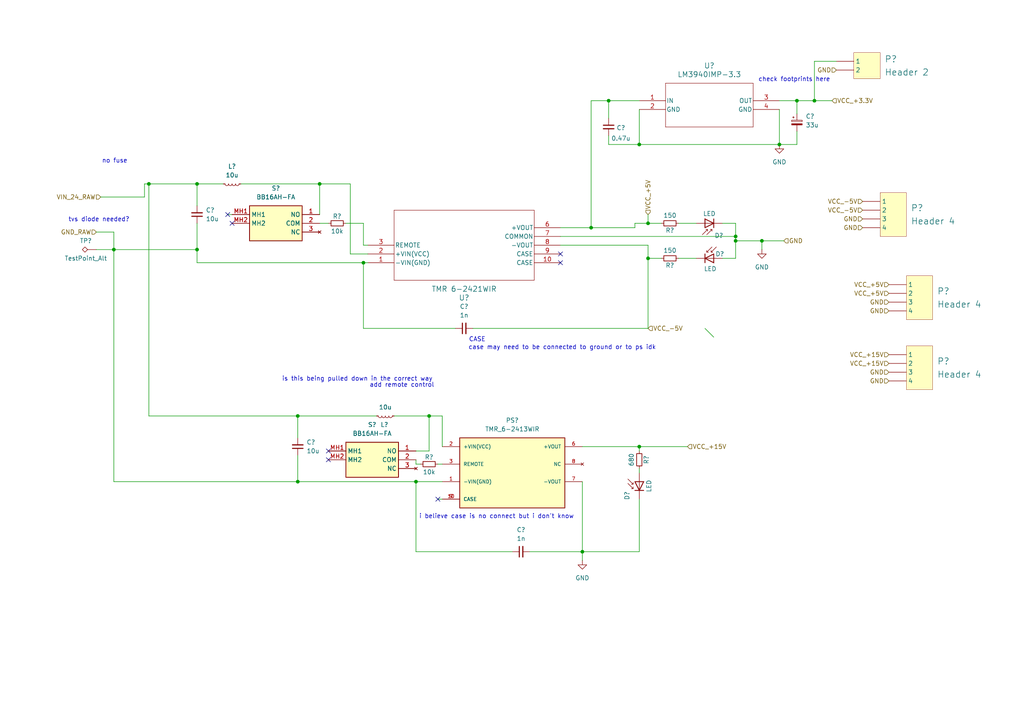
<source format=kicad_sch>
(kicad_sch (version 20250114) (generator "eeschema") (generator_version "9.0")
  (paper "A4")
  (lib_symbols
    (symbol "2025-07-16_21-58-08:TMR_6-2421WIR" (pin_names (offset 0.254))
      (property "Reference" "U" (at 27.94 10.16 0))
      (property "Value" "TMR 6-2421WIR" (at 27.94 7.62 0))
      (symbol "TMR_6-2421WIR_0_1"
        (polyline (pts (xy 7.62 5.08) (xy 7.62 -15.24)) (stroke (width 0.127)))
        (polyline (pts (xy 7.62 -15.24) (xy 48.26 -15.24)) (stroke (width 0.127)))
        (polyline (pts (xy 48.26 5.08) (xy 7.62 5.08)) (stroke (width 0.127)))
        (polyline (pts (xy 48.26 -15.24) (xy 48.26 5.08)) (stroke (width 0.127)))
        (pin power_out line (at 0 0 0) (length 7.62) (name "-VIN(GND)") (number "1"))
        (pin power_in line (at 0 -2.54 0) (length 7.62) (name "+VIN(VCC)") (number "2"))
        (pin bidirectional line (at 0 -5.08 0) (length 7.62) (name "REMOTE") (number "3"))
        (pin unspecified line (at 55.88 0 180) (length 7.62) (name "CASE") (number "10"))
        (pin unspecified line (at 55.88 -2.54 180) (length 7.62) (name "CASE") (number "9"))
        (pin power_in line (at 55.88 -5.08 180) (length 7.62) (name "-VOUT") (number "8"))
        (pin unspecified line (at 55.88 -7.62 180) (length 7.62) (name "COMMON") (number "7"))
        (pin power_in line (at 55.88 -10.16 180) (length 7.62) (name "+VOUT") (number "6"))
      )
    )
    (symbol "BB16AH-FA:BB16AH-FA"
      (property "Reference" "S" (at 21.59 7.62 0))
      (property "Value" "BB16AH-FA" (at 21.59 5.08 0))
      (symbol "BB16AH-FA_1_1"
        (rectangle (start 5.08 2.54) (end 20.32 -7.62) (stroke (width 0.254)) (fill (type background)))
        (pin passive line (at 0 0 0) (length 5.08) (name "MH1") (number "MH1"))
        (pin passive line (at 0 -2.54 0) (length 5.08) (name "MH2") (number "MH2"))
        (pin passive line (at 25.4 0 180) (length 5.08) (name "NO") (number "1"))
        (pin passive line (at 25.4 -2.54 180) (length 5.08) (name "COM") (number "2"))
        (pin no_connect line (at 25.4 -5.08 180) (length 5.08) (name "NC") (number "3"))
      )
    )
    (symbol "Connector:TestPoint_Alt" (pin_numbers (hide yes)) (pin_names (offset 0.762) (hide yes))
      (property "Reference" "TP" (at 0 6.858 0))
      (property "Value" "TestPoint_Alt" (at 0 5.08 0))
      (symbol "TestPoint_Alt_0_1"
        (polyline (pts (xy 0 2.54) (xy -0.762 3.302) (xy 0 4.064) (xy 0.762 3.302) (xy 0 2.54)))
      )
      (symbol "TestPoint_Alt_1_1"
        (pin passive line (at 0 0 90) (length 2.54) (name "1") (number "1"))
      )
    )
    (symbol "Device:C_Polarized_Small" (pin_numbers (hide yes)) (pin_names (offset 0.254) (hide yes))
      (property "Reference" "C" (at 0.254 1.778 0))
      (property "Value" "C_Polarized_Small" (at 0.254 -2.032 0))
      (symbol "C_Polarized_Small_0_1"
        (rectangle (start -1.524 0.6858) (end 1.524 0.3048))
        (rectangle (start -1.524 -0.3048) (end 1.524 -0.6858) (fill (type outline)))
        (polyline (pts (xy -1.27 1.524) (xy -0.762 1.524)))
        (polyline (pts (xy -1.016 1.27) (xy -1.016 1.778)))
      )
      (symbol "C_Polarized_Small_1_1"
        (pin passive line (at 0 2.54 270) (length 1.8542) (name "~") (number "1"))
        (pin passive line (at 0 -2.54 90) (length 1.8542) (name "~") (number "2"))
      )
    )
    (symbol "Device:C_Small" (pin_numbers (hide yes)) (pin_names (offset 0.254) (hide yes))
      (property "Reference" "C" (at 0.254 1.778 0))
      (property "Value" "C_Small" (at 0.254 -2.032 0))
      (symbol "C_Small_0_1"
        (polyline (pts (xy -1.524 0.508) (xy 1.524 0.508)) (stroke (width 0.3048)))
        (polyline (pts (xy -1.524 -0.508) (xy 1.524 -0.508)) (stroke (width 0.3302)))
      )
      (symbol "C_Small_1_1"
        (pin passive line (at 0 2.54 270) (length 2.032) (name "~") (number "1"))
        (pin passive line (at 0 -2.54 90) (length 2.032) (name "~") (number "2"))
      )
    )
    (symbol "Device:D_Photo" (pin_numbers (hide yes)) (pin_names (hide yes))
      (property "Reference" "D" (at 0.508 1.778 0))
      (property "Value" "D_Photo" (at -1.016 -2.794 0))
      (symbol "D_Photo_0_1"
        (polyline (pts (xy -2.54 1.27) (xy -2.54 -1.27)) (stroke (width 0.254)))
        (polyline (pts (xy -2.032 1.778) (xy -1.524 1.778)))
        (polyline (pts (xy -0.508 3.302) (xy -2.032 1.778) (xy -2.032 2.286)))
        (polyline (pts (xy 0 0) (xy -2.54 0)))
        (polyline (pts (xy 0 -1.27) (xy 0 1.27) (xy -2.54 0) (xy 0 -1.27)) (stroke (width 0.254)))
        (polyline (pts (xy 0.762 3.302) (xy -0.762 1.778) (xy -0.762 2.286) (xy -0.762 1.778) (xy -0.254 1.778)))
      )
      (symbol "D_Photo_1_1"
        (pin passive line (at -5.08 0 0) (length 2.54) (name "K") (number "1"))
        (pin passive line (at 2.54 0 180) (length 2.54) (name "A") (number "2"))
      )
    )
    (symbol "Device:L_Small" (pin_numbers (hide yes)) (pin_names (offset 0.254) (hide yes))
      (property "Reference" "L" (at 0.762 1.016 0))
      (property "Value" "L_Small" (at 0.762 -1.016 0))
      (symbol "L_Small_0_1"
        (arc (start 0 2.032) (mid 0.5058 1.524) (end 0 1.016))
        (arc (start 0 1.016) (mid 0.5058 0.508) (end 0 0))
        (arc (start 0 0) (mid 0.5058 -0.508) (end 0 -1.016))
        (arc (start 0 -1.016) (mid 0.5058 -1.524) (end 0 -2.032))
      )
      (symbol "L_Small_1_1"
        (pin passive line (at 0 2.54 270) (length 0.508) (name "~") (number "1"))
        (pin passive line (at 0 -2.54 90) (length 0.508) (name "~") (number "2"))
      )
    )
    (symbol "Device:R_Small" (pin_numbers (hide yes)) (pin_names (offset 0.254) (hide yes))
      (property "Reference" "R" (at 0.762 0.508 0))
      (property "Value" "R_Small" (at 0.762 -1.016 0))
      (symbol "R_Small_0_1"
        (rectangle (start -0.762 1.778) (end 0.762 -1.778) (stroke (width 0.2032)))
      )
      (symbol "R_Small_1_1"
        (pin passive line (at 0 2.54 270) (length 0.762) (name "~") (number "1"))
        (pin passive line (at 0 -2.54 90) (length 0.762) (name "~") (number "2"))
      )
    )
    (symbol "Miscellaneous Connectors:Header 2"
      (property "Reference" "P" (at 0 -7.62 0))
      (property "Value" "Header 2" (at -1.27 -3.81 0))
      (symbol "Header 2_1_0"
        (rectangle (start 7.62 0) (end 0 -7.62) (stroke (width 0.0254) (color 128 0 0 1)) (fill (type background)))
        (pin passive line (at -5.08 -2.54 0) (length 5.08) (name "1") (number "1"))
        (pin passive line (at -5.08 -5.08 0) (length 5.08) (name "2") (number "2"))
      )
    )
    (symbol "Miscellaneous Connectors:Header 4"
      (property "Reference" "P" (at 0 -12.7 0))
      (property "Value" "Header 4" (at -1.27 -3.81 0))
      (symbol "Header 4_1_0"
        (rectangle (start 7.62 0) (end 0 -12.7) (stroke (width 0.0254) (color 128 0 0 1)) (fill (type background)))
        (pin passive line (at -5.08 -2.54 0) (length 5.08) (name "1") (number "1"))
        (pin passive line (at -5.08 -5.08 0) (length 5.08) (name "2") (number "2"))
        (pin passive line (at -5.08 -7.62 0) (length 5.08) (name "3") (number "3"))
        (pin passive line (at -5.08 -10.16 0) (length 5.08) (name "4") (number "4"))
      )
    )
    (symbol "TMR_6-2413WIR:TMR_6-2413WIR" (pin_names (offset 1.016))
      (property "Reference" "PS" (at -15.24 10.922 0))
      (property "Value" "TMR_6-2413WIR" (at -15.24 -12.7 0))
      (symbol "TMR_6-2413WIR_0_0"
        (rectangle (start -15.24 -10.16) (end 15.24 10.16) (stroke (width 0.254)) (fill (type background)))
        (pin input line (at -20.32 7.62 0) (length 5.08) (name "+VIN(VCC)") (number "2"))
        (pin input line (at -20.32 2.54 0) (length 5.08) (name "REMOTE") (number "3"))
        (pin input line (at -20.32 -2.54 0) (length 5.08) (name "-VIN(GND)") (number "1"))
        (pin passive line (at -20.32 -7.62 0) (length 5.08) (name "CASE") (number "10"))
        (pin passive line (at -20.32 -7.62 0) (length 5.08) (name "CASE") (number "9"))
        (pin output line (at 20.32 7.62 180) (length 5.08) (name "+VOUT") (number "6"))
        (pin no_connect line (at 20.32 2.54 180) (length 5.08) (name "NC") (number "8"))
        (pin output line (at 20.32 -2.54 180) (length 5.08) (name "-VOUT") (number "7"))
      )
    )
    (symbol "ldo:LM3940IMP-3.3" (pin_names (offset 0.254))
      (property "Reference" "U" (at 20.32 10.16 0))
      (property "Value" "LM3940IMP-3.3" (at 20.32 7.62 0))
      (symbol "LM3940IMP-3.3_0_1"
        (polyline (pts (xy 7.62 5.08) (xy 7.62 -7.62)) (stroke (width 0.127)))
        (polyline (pts (xy 7.62 -7.62) (xy 33.02 -7.62)) (stroke (width 0.127)))
        (polyline (pts (xy 33.02 5.08) (xy 7.62 5.08)) (stroke (width 0.127)))
        (polyline (pts (xy 33.02 -7.62) (xy 33.02 5.08)) (stroke (width 0.127)))
        (pin input line (at 0 0 0) (length 7.62) (name "IN") (number "1"))
        (pin passive line (at 0 -2.54 0) (length 7.62) (name "GND") (number "2"))
        (pin output line (at 40.64 0 180) (length 7.62) (name "OUT") (number "3"))
        (pin passive line (at 40.64 -2.54 180) (length 7.62) (name "GND") (number "4"))
      )
    )
    (symbol "power:GND" (power) (pin_numbers (hide yes)) (pin_names (offset 0) (hide yes))
      (property "Value" "GND" (at 0 -3.81 0))
      (symbol "GND_0_1"
        (polyline (pts (xy 0 0) (xy 0 -1.27) (xy 1.27 -1.27) (xy 0 -2.54) (xy -1.27 -1.27) (xy 0 -1.27)))
      )
      (symbol "GND_1_1"
        (pin power_in line (at 0 0 270) (length 0) (name "~") (number "1"))
      )
    )
  )
  (text "add remote control\n" (at 116.586 111.76 0) (effects (font (size 1.27 1.27))))
  (text "CASE" (at 138.43 98.552 0) (effects (font (size 1.27 1.27))))
  (text "i believe case is no connect but i don't know\n" (at 144.018 149.86 0) (effects (font (size 1.27 1.27))))
  (text "no fuse" (at 33.274 46.736 0) (effects (font (size 1.27 1.27))))
  (text "case may need to be connected to ground or to ps idk" (at 163.068 100.838 0) (effects (font (size 1.27 1.27))))
  (text "check footprints here" (at 230.378 23.114 0) (effects (font (size 1.27 1.27))))
  (text "tvs diode needed?\n" (at 28.702 63.754 0) (effects (font (size 1.27 1.27))))
  (text "is this being pulled down in the correct way\n" (at 103.632 109.982 0) (effects (font (size 1.27 1.27))))
  (junction (at 185.42 41.91))
  (junction (at 176.53 29.21))
  (junction (at 220.98 69.85))
  (junction (at 57.15 72.39))
  (junction (at 33.02 72.39))
  (junction (at 120.65 139.7))
  (junction (at 171.45 66.04))
  (junction (at 168.91 160.02))
  (junction (at 231.14 29.21))
  (junction (at 86.36 120.65))
  (junction (at 92.71 53.34))
  (junction (at 187.96 74.93))
  (junction (at 86.36 139.7))
  (junction (at 236.22 29.21))
  (junction (at 105.41 76.2))
  (junction (at 213.36 68.58))
  (junction (at 124.46 120.65))
  (junction (at 213.36 69.85))
  (junction (at 226.06 41.91))
  (junction (at 187.96 64.77))
  (junction (at 43.18 53.34))
  (junction (at 57.15 53.34))
  (junction (at 185.42 129.54))
  (no_connect (at 67.31 64.77))
  (no_connect (at 66.04 62.23))
  (no_connect (at 95.25 133.35))
  (no_connect (at 95.25 130.81))
  (no_connect (at 127 144.78))
  (no_connect (at 162.56 73.66))
  (no_connect (at 162.56 76.2))
  (bus_entry (at 204.47 95.25) (size 2.54 2.54))
  (wire (pts (xy 231.14 41.91) (xy 231.14 38.1)))
  (wire (pts (xy 43.18 120.65) (xy 86.36 120.65)))
  (wire (pts (xy 168.91 129.54) (xy 185.42 129.54)))
  (wire (pts (xy 226.06 41.91) (xy 231.14 41.91)))
  (wire (pts (xy 236.22 29.21) (xy 241.3 29.21)))
  (wire (pts (xy 86.36 139.7) (xy 120.65 139.7)))
  (wire (pts (xy 33.02 67.31) (xy 33.02 72.39)))
  (wire (pts (xy 120.65 134.62) (xy 120.65 133.35)))
  (wire (pts (xy 127 134.62) (xy 128.27 134.62)))
  (wire (pts (xy 69.85 53.34) (xy 92.71 53.34)))
  (wire (pts (xy 226.06 31.75) (xy 226.06 41.91)))
  (wire (pts (xy 187.96 74.93) (xy 191.77 74.93)))
  (wire (pts (xy 120.65 139.7) (xy 128.27 139.7)))
  (wire (pts (xy 29.21 57.15) (xy 41.91 57.15)))
  (wire (pts (xy 57.15 64.77) (xy 57.15 72.39)))
  (wire (pts (xy 184.15 64.77) (xy 187.96 64.77)))
  (wire (pts (xy 41.91 53.34) (xy 43.18 53.34)))
  (wire (pts (xy 213.36 74.93) (xy 213.36 69.85)))
  (wire (pts (xy 185.42 135.89) (xy 185.42 137.16)))
  (wire (pts (xy 162.56 68.58) (xy 213.36 68.58)))
  (wire (pts (xy 148.59 160.02) (xy 120.65 160.02)))
  (wire (pts (xy 120.65 134.62) (xy 121.92 134.62)))
  (wire (pts (xy 184.15 64.77) (xy 184.15 66.04)))
  (wire (pts (xy 226.06 29.21) (xy 231.14 29.21)))
  (wire (pts (xy 220.98 72.39) (xy 220.98 69.85)))
  (wire (pts (xy 196.85 64.77) (xy 201.93 64.77)))
  (wire (pts (xy 95.25 64.77) (xy 92.71 64.77)))
  (wire (pts (xy 120.65 130.81) (xy 124.46 130.81)))
  (wire (pts (xy 196.85 74.93) (xy 201.93 74.93)))
  (wire (pts (xy 100.33 64.77) (xy 105.41 64.77)))
  (wire (pts (xy 33.02 72.39) (xy 57.15 72.39)))
  (wire (pts (xy 236.22 17.78) (xy 236.22 29.21)))
  (wire (pts (xy 176.53 29.21) (xy 176.53 34.29)))
  (wire (pts (xy 105.41 95.25) (xy 105.41 76.2)))
  (wire (pts (xy 187.96 74.93) (xy 187.96 95.25)))
  (wire (pts (xy 220.98 69.85) (xy 227.33 69.85)))
  (wire (pts (xy 33.02 67.31) (xy 27.94 67.31)))
  (wire (pts (xy 185.42 41.91) (xy 226.06 41.91)))
  (wire (pts (xy 57.15 53.34) (xy 64.77 53.34)))
  (wire (pts (xy 209.55 74.93) (xy 213.36 74.93)))
  (wire (pts (xy 176.53 29.21) (xy 185.42 29.21)))
  (wire (pts (xy 185.42 129.54) (xy 185.42 130.81)))
  (wire (pts (xy 33.02 72.39) (xy 33.02 139.7)))
  (wire (pts (xy 231.14 29.21) (xy 231.14 33.02)))
  (wire (pts (xy 86.36 132.08) (xy 86.36 139.7)))
  (wire (pts (xy 162.56 66.04) (xy 171.45 66.04)))
  (wire (pts (xy 176.53 29.21) (xy 171.45 29.21)))
  (wire (pts (xy 213.36 69.85) (xy 213.36 68.58)))
  (wire (pts (xy 185.42 144.78) (xy 185.42 160.02)))
  (wire (pts (xy 132.08 95.25) (xy 105.41 95.25)))
  (wire (pts (xy 43.18 53.34) (xy 57.15 53.34)))
  (wire (pts (xy 187.96 74.93) (xy 187.96 71.12)))
  (wire (pts (xy 127 144.78) (xy 128.27 144.78)))
  (wire (pts (xy 213.36 64.77) (xy 209.55 64.77)))
  (wire (pts (xy 57.15 76.2) (xy 57.15 72.39)))
  (wire (pts (xy 124.46 120.65) (xy 128.27 120.65)))
  (wire (pts (xy 114.3 120.65) (xy 124.46 120.65)))
  (wire (pts (xy 128.27 129.54) (xy 128.27 120.65)))
  (wire (pts (xy 43.18 53.34) (xy 43.18 120.65)))
  (wire (pts (xy 57.15 76.2) (xy 105.41 76.2)))
  (wire (pts (xy 187.96 62.23) (xy 187.96 64.77)))
  (wire (pts (xy 168.91 160.02) (xy 168.91 139.7)))
  (wire (pts (xy 105.41 71.12) (xy 105.41 64.77)))
  (wire (pts (xy 27.94 72.39) (xy 33.02 72.39)))
  (wire (pts (xy 92.71 62.23) (xy 92.71 53.34)))
  (wire (pts (xy 213.36 68.58) (xy 213.36 64.77)))
  (wire (pts (xy 185.42 160.02) (xy 168.91 160.02)))
  (wire (pts (xy 185.42 129.54) (xy 199.39 129.54)))
  (wire (pts (xy 101.6 53.34) (xy 101.6 73.66)))
  (wire (pts (xy 86.36 120.65) (xy 86.36 127)))
  (wire (pts (xy 57.15 53.34) (xy 57.15 59.69)))
  (wire (pts (xy 171.45 29.21) (xy 171.45 66.04)))
  (wire (pts (xy 124.46 120.65) (xy 124.46 130.81)))
  (wire (pts (xy 41.91 53.34) (xy 41.91 57.15)))
  (wire (pts (xy 105.41 76.2) (xy 106.68 76.2)))
  (wire (pts (xy 153.67 160.02) (xy 168.91 160.02)))
  (wire (pts (xy 185.42 41.91) (xy 176.53 41.91)))
  (wire (pts (xy 176.53 41.91) (xy 176.53 39.37)))
  (wire (pts (xy 168.91 160.02) (xy 168.91 162.56)))
  (wire (pts (xy 33.02 139.7) (xy 86.36 139.7)))
  (wire (pts (xy 120.65 160.02) (xy 120.65 139.7)))
  (wire (pts (xy 242.57 17.78) (xy 236.22 17.78)))
  (wire (pts (xy 66.04 62.23) (xy 67.31 62.23)))
  (wire (pts (xy 231.14 29.21) (xy 236.22 29.21)))
  (wire (pts (xy 187.96 64.77) (xy 191.77 64.77)))
  (wire (pts (xy 220.98 69.85) (xy 213.36 69.85)))
  (wire (pts (xy 137.16 95.25) (xy 187.96 95.25)))
  (wire (pts (xy 105.41 71.12) (xy 106.68 71.12)))
  (wire (pts (xy 86.36 120.65) (xy 109.22 120.65)))
  (wire (pts (xy 171.45 66.04) (xy 184.15 66.04)))
  (wire (pts (xy 187.96 71.12) (xy 162.56 71.12)))
  (wire (pts (xy 101.6 73.66) (xy 106.68 73.66)))
  (wire (pts (xy 92.71 53.34) (xy 101.6 53.34)))
  (wire (pts (xy 185.42 31.75) (xy 185.42 41.91)))
  (hierarchical_label "VCC_-5V" (shape input) (at 250.19 58.42 180))
  (hierarchical_label "GND" (shape input) (at 257.81 87.63 180))
  (hierarchical_label "VIN_24_RAW" (shape input) (at 29.21 57.15 180))
  (hierarchical_label "GND" (shape input) (at 257.81 110.49 180))
  (hierarchical_label "VCC_+3.3V" (shape input) (at 241.3 29.21 0))
  (hierarchical_label "VCC_+15V" (shape input) (at 257.81 105.41 180))
  (hierarchical_label "VCC_+15V" (shape input) (at 199.39 129.54 0))
  (hierarchical_label "VCC_+5V" (shape input) (at 187.96 62.23 90))
  (hierarchical_label "GND" (shape input) (at 257.81 90.17 180))
  (hierarchical_label "VCC_-5V" (shape input) (at 187.96 95.25 0))
  (hierarchical_label "GND" (shape input) (at 250.19 66.04 180))
  (hierarchical_label "VCC_-5V" (shape input) (at 250.19 60.96 180))
  (hierarchical_label "GND_RAW" (shape input) (at 27.94 67.31 180))
  (hierarchical_label "VCC_+5V" (shape input) (at 257.81 85.09 180))
  (hierarchical_label "GND" (shape input) (at 250.19 63.5 180))
  (hierarchical_label "VCC_+5V" (shape input) (at 257.81 82.55 180))
  (hierarchical_label "GND" (shape input) (at 242.57 20.32 180))
  (hierarchical_label "GND" (shape input) (at 227.33 69.85 0))
  (hierarchical_label "GND" (shape input) (at 257.81 107.95 180))
  (hierarchical_label "VCC_+15V" (shape input) (at 257.81 102.87 180))
  (symbol (lib_id "Device:L_Small") (at 67.31 53.34 270) (unit 1)
    (property "Reference" "L?" (at 67.31 48.26 90))
    (property "Value" "10u" (at 67.31 50.8 90))
    (property "Footprint" "inductorps:IND_TCK-047_TRP" (effects (hide yes)))
    (property "Description" "Inductor, small symbol" (effects (hide yes)))
  )
  (symbol (lib_id "Miscellaneous Connectors:Header 2") (at 247.65 15.24 0) (unit 1)
    (property "Reference" "P?" (at 256.54 17.1449 0) (effects (font (size 1.8288 1.8288)) (justify left)))
    (property "Value" "Header 2" (at 256.54 20.9549 0) (effects (font (size 1.8288 1.8288)) (justify left)))
    (property "Footprint" "Connector_PinHeader_2.54mm:PinHeader_1x02_P2.54mm_Vertical" (effects (hide yes)))
    (property "Description" "Header, 2-Pin" (effects (hide yes)))
    (property "LatestRevisionDate" "17-Jul-2002" (effects (hide yes)))
    (property "LatestRevisionNote" "Re-released for DXP Platform." (effects (hide yes)))
    (property "Publisher" "Altium Limited" (effects (hide yes)))
  )
  (symbol (lib_id "Device:C_Small") (at 86.36 129.54 180) (unit 1)
    (property "Reference" "C?" (at 88.9 128.2635 0) (effects (justify right)))
    (property "Value" "10u" (at 88.9 130.8035 0) (effects (justify right)))
    (property "Footprint" "UMJ325KB7106KMHP:CAPC3225X280N" (effects (hide yes)))
    (property "Description" "Unpolarized capacitor, small symbol" (effects (hide yes)))
  )
  (symbol (lib_id "Device:D_Photo") (at 204.47 64.77 180) (unit 1)
    (property "Reference" "D?" (at 208.534 68.326 0))
    (property "Value" "LED" (at 205.74 61.976 0))
    (property "Footprint" "LED_SMD:LED_0805_2012Metric" (effects (hide yes)))
    (property "Description" "Photodiode" (effects (hide yes)))
  )
  (symbol (lib_id "Device:D_Photo") (at 185.42 139.7 90) (unit 1)
    (property "Reference" "D?" (at 181.864 143.764 0))
    (property "Value" "LED" (at 188.214 140.97 0))
    (property "Footprint" "LED_SMD:LED_0805_2012Metric" (effects (hide yes)))
    (property "Description" "Photodiode" (effects (hide yes)))
  )
  (symbol (lib_id "Miscellaneous Connectors:Header 4") (at 262.89 100.33 0) (unit 1)
    (property "Reference" "P?" (at 271.78 104.7749 0) (effects (font (size 1.8288 1.8288)) (justify left)))
    (property "Value" "Header 4" (at 271.78 108.5849 0) (effects (font (size 1.8288 1.8288)) (justify left)))
    (property "Footprint" "Connector_PinHeader_2.54mm:PinHeader_1x04_P2.54mm_Vertical" (effects (hide yes)))
    (property "Description" "Header, 4-Pin" (effects (hide yes)))
    (property "LatestRevisionDate" "17-Jul-2002" (effects (hide yes)))
    (property "LatestRevisionNote" "Re-released for DXP Platform." (effects (hide yes)))
    (property "Publisher" "Altium Limited" (effects (hide yes)))
  )
  (symbol (lib_id "power:GND") (at 168.91 162.56 0) (unit 1)
    (property "Reference" "#PWR?" (effects (hide yes)))
    (property "Value" "GND" (at 168.91 167.64 0))
    (property "Description" "Power symbol creates a global label with name \"GND\" , ground" (effects (hide yes)))
  )
  (symbol (lib_id "Miscellaneous Connectors:Header 4") (at 262.89 80.01 0) (unit 1)
    (property "Reference" "P?" (at 271.78 84.4549 0) (effects (font (size 1.8288 1.8288)) (justify left)))
    (property "Value" "Header 4" (at 271.78 88.2649 0) (effects (font (size 1.8288 1.8288)) (justify left)))
    (property "Footprint" "Connector_PinHeader_2.54mm:PinHeader_1x04_P2.54mm_Vertical" (effects (hide yes)))
    (property "Description" "Header, 4-Pin" (effects (hide yes)))
    (property "LatestRevisionDate" "17-Jul-2002" (effects (hide yes)))
    (property "LatestRevisionNote" "Re-released for DXP Platform." (effects (hide yes)))
    (property "Publisher" "Altium Limited" (effects (hide yes)))
  )
  (symbol (lib_id "Device:R_Small") (at 185.42 133.35 0) (mirror x) (unit 1)
    (property "Reference" "R?" (at 187.452 133.35 90))
    (property "Value" "680" (at 183.134 133.35 90))
    (property "Footprint" "Resistor_SMD:R_0805_2012Metric" (effects (hide yes)))
    (property "Description" "Resistor, small symbol" (effects (hide yes)))
  )
  (symbol (lib_id "BB16AH-FA:BB16AH-FA") (at 67.31 62.23 0) (unit 1)
    (property "Reference" "S?" (at 80.01 54.61 0))
    (property "Value" "BB16AH-FA" (at 80.01 57.15 0))
    (property "Footprint" "Button_Switch_THT:KSA_Tactile_SPST" (effects (hide yes)))
    (property "Datasheet" "https://www.arrow.com/en/products/bb16ah-fa/nkk-switches" (effects (hide yes)))
    (property "Description" "Pushbutton Switches ON-ON .201 BLACK CAP RIGHT ANGL PC .4VA" (effects (hide yes)))
    (property "Height" "8.8" (effects (hide yes)))
    (property "Mouser Part Number" "633-BB16AH-FA" (effects (hide yes)))
    (property "Mouser Price/Stock" "https://www.mouser.co.uk/ProductDetail/NKK-Switches/BB16AH-FA?qs=E3XkhTW0K2HrJGK%2FHHAprQ%3D%3D" (effects (hide yes)))
    (property "Manufacturer_Name" "NKK Switches" (effects (hide yes)))
    (property "Manufacturer_Part_Number" "BB16AH-FA" (effects (hide yes)))
  )
  (symbol (lib_id "TMR_6-2413WIR:TMR_6-2413WIR") (at 148.59 137.16 0) (unit 1)
    (property "Reference" "PS?" (at 148.59 121.92 0))
    (property "Value" "TMR_6-2413WIR" (at 148.59 124.46 0))
    (property "Footprint" "6-2413:TMR62423" (effects (hide yes)))
    (property "MF" "Traco Power" (effects (hide yes)))
    (property "MAXIMUM_PACKAGE_HEIGHT" "11.7mm" (effects (hide yes)))
    (property "Package" "SIP-8 Traco Power" (effects (hide yes)))
    (property "Price" "None" (effects (hide yes)))
    (property "Check_prices" "https://www.snapeda.com/parts/TMR%206-2413WIR/Traco+Power/view-part/?ref=eda" (effects (hide yes)))
    (property "STANDARD" "IPC-7351B" (effects (hide yes)))
    (property "PARTREV" "November 16, 2023" (effects (hide yes)))
    (property "SnapEDA_Link" "https://www.snapeda.com/parts/TMR%206-2413WIR/Traco+Power/view-part/?ref=snap" (effects (hide yes)))
    (property "MP" "TMR 6-2413WIR" (effects (hide yes)))
    (property "Purchase-URL" "https://www.snapeda.com/api/url_track_click_mouser/?unipart_id=5835454&manufacturer=Traco Power&part_name=TMR 6-2413WIR&search_term=None" (effects (hide yes)))
    (property "Description_1" "\n                        \n                            6 Watt DC/DC converter, railway, 4:1 input incl. 110 VDC nominal, regulated, 3000 VDC I/O-isolation, encapsulated, SIP-8 metal case\n                        \n" (effects (hide yes)))
    (property "Availability" "In Stock" (effects (hide yes)))
    (property "MANUFACTURER" "Traco Power" (effects (hide yes)))
  )
  (symbol (lib_id "Device:R_Small") (at 124.46 134.62 270) (mirror x) (unit 1)
    (property "Reference" "R?" (at 124.46 132.588 90))
    (property "Value" "10k" (at 124.46 136.906 90))
    (property "Footprint" "Resistor_SMD:R_0805_2012Metric" (effects (hide yes)))
    (property "Description" "Resistor, small symbol" (effects (hide yes)))
  )
  (symbol (lib_id "Device:R_Small") (at 97.79 64.77 270) (mirror x) (unit 1)
    (property "Reference" "R?" (at 97.79 62.738 90))
    (property "Value" "10k" (at 97.79 67.056 90))
    (property "Footprint" "Resistor_SMD:R_0805_2012Metric" (effects (hide yes)))
    (property "Description" "Resistor, small symbol" (effects (hide yes)))
  )
  (symbol (lib_id "power:GND") (at 220.98 72.39 0) (unit 1)
    (property "Reference" "#PWR?" (effects (hide yes)))
    (property "Value" "GND" (at 220.98 77.47 0))
    (property "Description" "Power symbol creates a global label with name \"GND\" , ground" (effects (hide yes)))
  )
  (symbol (lib_id "power:GND") (at 226.06 41.91 0) (unit 1)
    (property "Reference" "#PWR01" (effects (hide yes)))
    (property "Value" "GND" (at 226.06 46.99 0))
    (property "Description" "Power symbol creates a global label with name \"GND\" , ground" (effects (hide yes)))
  )
  (symbol (lib_id "Connector:TestPoint_Alt") (at 27.94 72.39 90) (unit 1)
    (property "Reference" "TP?" (at 24.892 69.85 90))
    (property "Value" "TestPoint_Alt" (at 24.892 74.93 90))
    (property "Footprint" "TestPoint:TestPoint_THTPad_D2.5mm_Drill1.2mm" (effects (hide yes)))
    (property "Description" "test point (alternative shape)" (effects (hide yes)))
  )
  (symbol (lib_id "2025-07-16_21-58-08:TMR_6-2421WIR") (at 106.68 76.2 0) (mirror x) (unit 1)
    (property "Reference" "U?" (at 134.62 86.36 0) (effects (font (size 1.524 1.524))))
    (property "Value" "TMR 6-2421WIR" (at 134.62 83.82 0) (effects (font (size 1.524 1.524))))
    (property "Footprint" "6-2421:TMR62423" (effects (hide yes)))
    (property "Datasheet" "https://tracopower.com/tmr6wir-datasheet/" (effects (hide yes)))
  )
  (symbol (lib_id "Device:C_Polarized_Small") (at 231.14 35.56 0) (unit 1)
    (property "Reference" "C?" (at 233.68 33.7438 0) (effects (justify left)))
    (property "Value" "33u" (at 233.68 36.2838 0) (effects (justify left)))
    (property "Footprint" "Capacitor_SMD:C_0805_2012Metric" (effects (hide yes)))
    (property "Description" "Polarized capacitor, small symbol" (effects (hide yes)))
  )
  (symbol (lib_id "Device:C_Small") (at 151.13 160.02 90) (unit 1)
    (property "Reference" "C?" (at 151.1363 153.67 90))
    (property "Value" "1n" (at 151.1363 156.21 90))
    (property "Footprint" "1808Y3K00102KXT:CAPC4520X200N" (effects (hide yes)))
    (property "Description" "Unpolarized capacitor, small symbol" (effects (hide yes)))
  )
  (symbol (lib_id "Miscellaneous Connectors:Header 4") (at 255.27 55.88 0) (unit 1)
    (property "Reference" "P?" (at 264.16 60.3249 0) (effects (font (size 1.8288 1.8288)) (justify left)))
    (property "Value" "Header 4" (at 264.16 64.1349 0) (effects (font (size 1.8288 1.8288)) (justify left)))
    (property "Footprint" "Connector_PinHeader_2.54mm:PinHeader_1x04_P2.54mm_Vertical" (effects (hide yes)))
    (property "Description" "Header, 4-Pin" (effects (hide yes)))
    (property "LatestRevisionDate" "17-Jul-2002" (effects (hide yes)))
    (property "LatestRevisionNote" "Re-released for DXP Platform." (effects (hide yes)))
    (property "Publisher" "Altium Limited" (effects (hide yes)))
  )
  (symbol (lib_id "ldo:LM3940IMP-3.3") (at 185.42 29.21 0) (unit 1)
    (property "Reference" "U?" (at 205.74 19.05 0) (effects (font (size 1.524 1.524))))
    (property "Value" "LM3940IMP-3.3" (at 205.74 21.59 0) (effects (font (size 1.524 1.524))))
    (property "Footprint" "ldo:MP04A" (effects (hide yes)))
    (property "Datasheet" "https://www.ti.com/lit/gpn/lm3940" (effects (hide yes)))
  )
  (symbol (lib_id "Device:D_Photo") (at 207.01 74.93 0) (unit 1)
    (property "Reference" "D?" (at 208.788 73.66 0))
    (property "Value" "LED" (at 205.994 77.978 0))
    (property "Footprint" "LED_SMD:LED_0805_2012Metric" (effects (hide yes)))
    (property "Description" "Photodiode" (effects (hide yes)))
  )
  (symbol (lib_id "Device:R_Small") (at 194.31 74.93 90) (mirror x) (unit 1)
    (property "Reference" "R?" (at 194.31 76.962 90))
    (property "Value" "150" (at 194.31 72.644 90))
    (property "Footprint" "Resistor_SMD:R_0805_2012Metric" (effects (hide yes)))
    (property "Description" "Resistor, small symbol" (effects (hide yes)))
  )
  (symbol (lib_id "Device:C_Small") (at 57.15 62.23 180) (unit 1)
    (property "Reference" "C?" (at 59.69 60.9535 0) (effects (justify right)))
    (property "Value" "10u" (at 59.69 63.4935 0) (effects (justify right)))
    (property "Footprint" "UMJ325KB7106KMHP:CAPC3225X280N" (effects (hide yes)))
    (property "Description" "Unpolarized capacitor, small symbol" (effects (hide yes)))
  )
  (symbol (lib_id "BB16AH-FA:BB16AH-FA") (at 95.25 130.81 0) (unit 1)
    (property "Reference" "S?" (at 107.95 123.19 0))
    (property "Value" "BB16AH-FA" (at 107.95 125.73 0))
    (property "Footprint" "Button_Switch_THT:KSA_Tactile_SPST" (effects (hide yes)))
    (property "Datasheet" "https://www.arrow.com/en/products/bb16ah-fa/nkk-switches" (effects (hide yes)))
    (property "Description" "Pushbutton Switches ON-ON .201 BLACK CAP RIGHT ANGL PC .4VA" (effects (hide yes)))
    (property "Height" "8.8" (effects (hide yes)))
    (property "Mouser Part Number" "633-BB16AH-FA" (effects (hide yes)))
    (property "Mouser Price/Stock" "https://www.mouser.co.uk/ProductDetail/NKK-Switches/BB16AH-FA?qs=E3XkhTW0K2HrJGK%2FHHAprQ%3D%3D" (effects (hide yes)))
    (property "Manufacturer_Name" "NKK Switches" (effects (hide yes)))
    (property "Manufacturer_Part_Number" "BB16AH-FA" (effects (hide yes)))
  )
  (symbol (lib_id "Device:C_Small") (at 176.53 36.83 0) (unit 1)
    (property "Reference" "C?" (at 178.816 37.084 0) (effects (justify left)))
    (property "Value" "0.47u" (at 177.292 40.132 0) (effects (justify left)))
    (property "Footprint" "Capacitor_SMD:C_0805_2012Metric" (effects (hide yes)))
    (property "Description" "Unpolarized capacitor, small symbol" (effects (hide yes)))
  )
  (symbol (lib_id "Device:L_Small") (at 111.76 120.65 270) (unit 1)
    (property "Reference" "L?" (at 111.506 123.19 90))
    (property "Value" "10u" (at 111.76 118.11 90))
    (property "Footprint" "inductorps:IND_TCK-047_TRP" (effects (hide yes)))
    (property "Description" "Inductor, small symbol" (effects (hide yes)))
  )
  (symbol (lib_id "Device:C_Small") (at 134.62 95.25 90) (unit 1)
    (property "Reference" "C?" (at 134.6263 88.9 90))
    (property "Value" "1n" (at 134.6263 91.44 90))
    (property "Footprint" "1808Y3K00102KXT:CAPC4520X200N" (effects (hide yes)))
    (property "Description" "Unpolarized capacitor, small symbol" (effects (hide yes)))
  )
  (symbol (lib_id "Device:R_Small") (at 194.31 64.77 90) (mirror x) (unit 1)
    (property "Reference" "R?" (at 194.31 66.802 90))
    (property "Value" "150" (at 194.31 62.484 90))
    (property "Footprint" "Resistor_SMD:R_0805_2012Metric" (effects (hide yes)))
    (property "Description" "Resistor, small symbol" (effects (hide yes)))
  )
)
</source>
